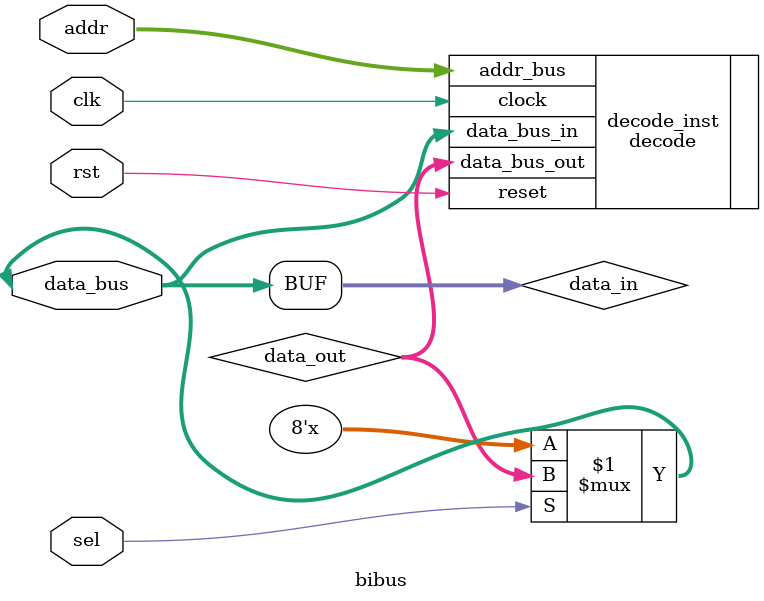
<source format=v>
module bibus (clk, rst, sel, data_bus, addr);
input       clk, rst, sel;
input [7:0] addr;
inout [7:0] data_bus;
wire [7:0] data_in, data_out;

assign data_in = data_bus;
assign data_bus = (sel) ? data_out : 8'bZ;

decode decode_inst (.clock (clk),
                    .reset (rst),
                    .data_bus_in (data_in),
                    .addr_bus (addr),
                    .data_bus_out (data_out)
                    );
endmodule

</source>
